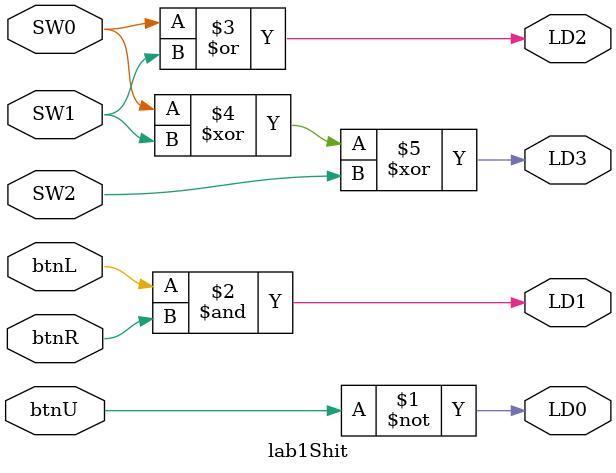
<source format=v>
`timescale 1ns / 1ps


module lab1Shit(
    input btnL,
    input btnR,
    output LD1,
    
    input btnU,
    output LD0,
    
    input SW0,
    input SW1,
    output LD2,
    
    input SW2,
    output LD3
    );
    
    //not
    assign LD0 = ~btnU;
    //and
    assign LD1 = btnL & btnR;
    //or
    assign LD2 = SW0 | SW1;
    //xor
    assign LD3 = SW0 ^ SW1 ^ SW2;
endmodule

</source>
